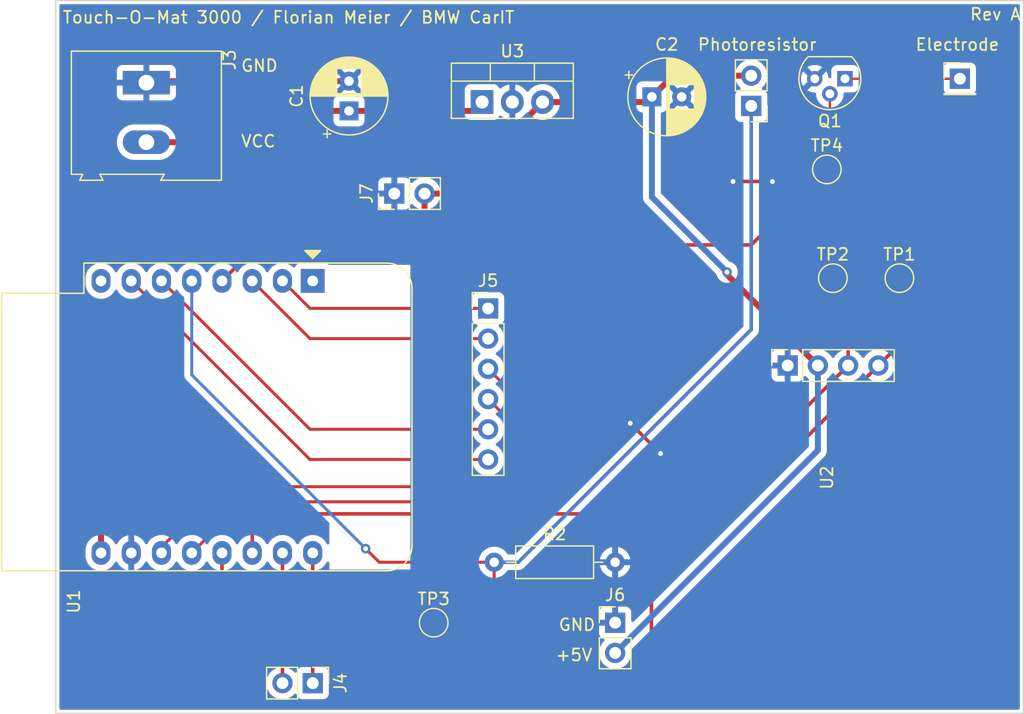
<source format=kicad_pcb>
(kicad_pcb (version 20240108) (generator "pcbnew") (generator_version "8.0")
  (title_block (comment 4 "AISLER Project ID: SLHESLCK"))
  (layers (0 "F.Cu" signal) (31 "B.Cu" signal) (34 "B.Paste" user) (35 "F.Paste" user) (36 "B.SilkS" user "B.Silkscreen") (37 "F.SilkS" user "F.Silkscreen") (38 "B.Mask" user) (39 "F.Mask" user) (44 "Edge.Cuts" user))
  (net 0 "")
  (net 1 "Net-(J1-Pin_1)")
  (net 2 "+5V")
  (net 3 "Net-(J2-Pin_1)")
  (net 4 "GND")
  (net 5 "Net-(J3-Pin_2)")
  (net 6 "Net-(J4-Pin_1)")
  (net 7 "Net-(J4-Pin_2)")
  (net 8 "/Spare1")
  (net 9 "/Spare2")
  (net 10 "/Spare3")
  (net 11 "/Spare4")
  (net 12 "/Spare5")
  (net 13 "/Spare6")
  (net 14 "Net-(Q1-B)")
  (net 15 "Net-(U1-SDA{slash}D2)")
  (net 16 "Net-(U1-SCL{slash}D1)")
  (footprint "TestPoint:TestPoint_Pad_D2.0mm" (layer "F.Cu") (at 136.525 121.285)
    (property "Reference" "TP3" (at 0 -1.998 0) (layer "F.SilkS"))
    (property "Value" "TestPoint")
    (fp_circle (center 0 0) (end 0 1.2) (stroke (width 0.12)) (fill none) (layer "F.SilkS"))
    (pad "1" smd circle (at 0 0) (size 2 2) (layers "F.Cu" "F.Mask") (net 1 "Net-(J1-Pin_1)"))
  )
  (footprint "Capacitor_THT:CP_Radial_D6.3mm_P2.50mm" (layer "F.Cu") (at 154.853 77.089)
    (property "Reference" "C2" (at 1.25 -4.4 0) (layer "F.SilkS"))
    (property "Value" "C_Polarized")
    (fp_line (start -2.250241 -1.839) (end -1.620241 -1.839) (stroke (width 0.12)) (layer "F.SilkS"))
    (fp_line (start -1.935241 -2.154) (end -1.935241 -1.524) (stroke (width 0.12)) (layer "F.SilkS"))
    (fp_line (start 1.25 -3.23) (end 1.25 3.23) (stroke (width 0.12)) (layer "F.SilkS"))
    (fp_line (start 1.29 -3.23) (end 1.29 3.23) (stroke (width 0.12)) (layer "F.SilkS"))
    (fp_line (start 1.33 -3.23) (end 1.33 3.23) (stroke (width 0.12)) (layer "F.SilkS"))
    (fp_line (start 1.37 -3.228) (end 1.37 3.228) (stroke (width 0.12)) (layer "F.SilkS"))
    (fp_line (start 1.41 -3.227) (end 1.41 3.227) (stroke (width 0.12)) (layer "F.SilkS"))
    (fp_line (start 1.45 -3.224) (end 1.45 3.224) (stroke (width 0.12)) (layer "F.SilkS"))
    (fp_line (start 1.49 -3.222) (end 1.49 -1.04) (stroke (width 0.12)) (layer "F.SilkS"))
    (fp_line (start 1.49 1.04) (end 1.49 3.222) (stroke (width 0.12)) (layer "F.SilkS"))
    (fp_line (start 1.53 -3.218) (end 1.53 -1.04) (stroke (width 0.12)) (layer "F.SilkS"))
    (fp_line (start 1.53 1.04) (end 1.53 3.218) (stroke (width 0.12)) (layer "F.SilkS"))
    (fp_line (start 1.57 -3.215) (end 1.57 -1.04) (stroke (width 0.12)) (layer "F.SilkS"))
    (fp_line (start 1.57 1.04) (end 1.57 3.215) (stroke (width 0.12)) (layer "F.SilkS"))
    (fp_line (start 1.61 -3.211) (end 1.61 -1.04) (stroke (width 0.12)) (layer "F.SilkS"))
    (fp_line (start 1.61 1.04) (end 1.61 3.211) (stroke (width 0.12)) (layer "F.SilkS"))
    (fp_line (start 1.65 -3.206) (end 1.65 -1.04) (stroke (width 0.12)) (layer "F.SilkS"))
    (fp_line (start 1.65 1.04) (end 1.65 3.206) (stroke (width 0.12)) (layer "F.SilkS"))
    (fp_line (start 1.69 -3.201) (end 1.69 -1.04) (stroke (width 0.12)) (layer "F.SilkS"))
    (fp_line (start 1.69 1.04) (end 1.69 3.201) (stroke (width 0.12)) (layer "F.SilkS"))
    (fp_line (start 1.73 -3.195) (end 1.73 -1.04) (stroke (width 0.12)) (layer "F.SilkS"))
    (fp_line (start 1.73 1.04) (end 1.73 3.195) (stroke (width 0.12)) (layer "F.SilkS"))
    (fp_line (start 1.77 -3.189) (end 1.77 -1.04) (stroke (width 0.12)) (layer "F.SilkS"))
    (fp_line (start 1.77 1.04) (end 1.77 3.189) (stroke (width 0.12)) (layer "F.SilkS"))
    (fp_line (start 1.81 -3.182) (end 1.81 -1.04) (stroke (width 0.12)) (layer "F.SilkS"))
    (fp_line (start 1.81 1.04) (end 1.81 3.182) (stroke (width 0.12)) (layer "F.SilkS"))
    (fp_line (start 1.85 -3.175) (end 1.85 -1.04) (stroke (width 0.12)) (layer "F.SilkS"))
    (fp_line (start 1.85 1.04) (end 1.85 3.175) (stroke (width 0.12)) (layer "F.SilkS"))
    (fp_line (start 1.89 -3.167) (end 1.89 -1.04) (stroke (width 0.12)) (layer "F.SilkS"))
    (fp_line (start 1.89 1.04) (end 1.89 3.167) (stroke (width 0.12)) (layer "F.SilkS"))
    (fp_line (start 1.93 -3.159) (end 1.93 -1.04) (stroke (width 0.12)) (layer "F.SilkS"))
    (fp_line (start 1.93 1.04) (end 1.93 3.159) (stroke (width 0.12)) (layer "F.SilkS"))
    (fp_line (start 1.971 -3.15) (end 1.971 -1.04) (stroke (width 0.12)) (layer "F.SilkS"))
    (fp_line (start 1.971 1.04) (end 1.971 3.15) (stroke (width 0.12)) (layer "F.SilkS"))
    (fp_line (start 2.011 -3.141) (end 2.011 -1.04) (stroke (width 0.12)) (layer "F.SilkS"))
    (fp_line (start 2.011 1.04) (end 2.011 3.141) (stroke (width 0.12)) (layer "F.SilkS"))
    (fp_line (start 2.051 -3.131) (end 2.051 -1.04) (stroke (width 0.12)) (layer "F.SilkS"))
    (fp_line (start 2.051 1.04) (end 2.051 3.131) (stroke (width 0.12)) (layer "F.SilkS"))
    (fp_line (start 2.091 -3.121) (end 2.091 -1.04) (stroke (width 0.12)) (layer "F.SilkS"))
    (fp_line (start 2.091 1.04) (end 2.091 3.121) (stroke (width 0.12)) (layer "F.SilkS"))
    (fp_line (start 2.131 -3.11) (end 2.131 -1.04) (stroke (width 0.12)) (layer "F.SilkS"))
    (fp_line (start 2.131 1.04) (end 2.131 3.11) (stroke (width 0.12)) (layer "F.SilkS"))
    (fp_line (start 2.171 -3.098) (end 2.171 -1.04) (stroke (width 0.12)) (layer "F.SilkS"))
    (fp_line (start 2.171 1.04) (end 2.171 3.098) (stroke (width 0.12)) (layer "F.SilkS"))
    (fp_line (start 2.211 -3.086) (end 2.211 -1.04) (stroke (width 0.12)) (layer "F.SilkS"))
    (fp_line (start 2.211 1.04) (end 2.211 3.086) (stroke (width 0.12)) (layer "F.SilkS"))
    (fp_line (start 2.251 -3.074) (end 2.251 -1.04) (stroke (width 0.12)) (layer "F.SilkS"))
    (fp_line (start 2.251 1.04) (end 2.251 3.074) (stroke (width 0.12)) (layer "F.SilkS"))
    (fp_line (start 2.291 -3.061) (end 2.291 -1.04) (stroke (width 0.12)) (layer "F.SilkS"))
    (fp_line (start 2.291 1.04) (end 2.291 3.061) (stroke (width 0.12)) (layer "F.SilkS"))
    (fp_line (start 2.331 -3.047) (end 2.331 -1.04) (stroke (width 0.12)) (layer "F.SilkS"))
    (fp_line (start 2.331 1.04) (end 2.331 3.047) (stroke (width 0.12)) (layer "F.SilkS"))
    (fp_line (start 2.371 -3.033) (end 2.371 -1.04) (stroke (width 0.12)) (layer "F.SilkS"))
    (fp_line (start 2.371 1.04) (end 2.371 3.033) (stroke (width 0.12)) (layer "F.SilkS"))
    (fp_line (start 2.411 -3.018) (end 2.411 -1.04) (stroke (width 0.12)) (layer "F.SilkS"))
    (fp_line (start 2.411 1.04) (end 2.411 3.018) (stroke (width 0.12)) (layer "F.SilkS"))
    (fp_line (start 2.451 -3.002) (end 2.451 -1.04) (stroke (width 0.12)) (layer "F.SilkS"))
    (fp_line (start 2.451 1.04) (end 2.451 3.002) (stroke (width 0.12)) (layer "F.SilkS"))
    (fp_line (start 2.491 -2.986) (end 2.491 -1.04) (stroke (width 0.12)) (layer "F.SilkS"))
    (fp_line (start 2.491 1.04) (end 2.491 2.986) (stroke (width 0.12)) (layer "F.SilkS"))
    (fp_line (start 2.531 -2.97) (end 2.531 -1.04) (stroke (width 0.12)) (layer "F.SilkS"))
    (fp_line (start 2.531 1.04) (end 2.531 2.97) (stroke (width 0.12)) (layer "F.SilkS"))
    (fp_line (start 2.571 -2.952) (end 2.571 -1.04) (stroke (width 0.12)) (layer "F.SilkS"))
    (fp_line (start 2.571 1.04) (end 2.571 2.952) (stroke (width 0.12)) (layer "F.SilkS"))
    (fp_line (start 2.611 -2.934) (end 2.611 -1.04) (stroke (width 0.12)) (layer "F.SilkS"))
    (fp_line (start 2.611 1.04) (end 2.611 2.934) (stroke (width 0.12)) (layer "F.SilkS"))
    (fp_line (start 2.651 -2.916) (end 2.651 -1.04) (stroke (width 0.12)) (layer "F.SilkS"))
    (fp_line (start 2.651 1.04) (end 2.651 2.916) (stroke (width 0.12)) (layer "F.SilkS"))
    (fp_line (start 2.691 -2.896) (end 2.691 -1.04) (stroke (width 0.12)) (layer "F.SilkS"))
    (fp_line (start 2.691 1.04) (end 2.691 2.896) (stroke (width 0.12)) (layer "F.SilkS"))
    (fp_line (start 2.731 -2.876) (end 2.731 -1.04) (stroke (width 0.12)) (layer "F.SilkS"))
    (fp_line (start 2.731 1.04) (end 2.731 2.876) (stroke (width 0.12)) (layer "F.SilkS"))
    (fp_line (start 2.771 -2.856) (end 2.771 -1.04) (stroke (width 0.12)) (layer "F.SilkS"))
    (fp_line (start 2.771 1.04) (end 2.771 2.856) (stroke (width 0.12)) (layer "F.SilkS"))
    (fp_line (start 2.811 -2.834) (end 2.811 -1.04) (stroke (width 0.12)) (layer "F.SilkS"))
    (fp_line (start 2.811 1.04) (end 2.811 2.834) (stroke (width 0.12)) (layer "F.SilkS"))
    (fp_line (start 2.851 -2.812) (end 2.851 -1.04) (stroke (width 0.12)) (layer "F.SilkS"))
    (fp_line (start 2.851 1.04) (end 2.851 2.812) (stroke (width 0.12)) (layer "F.SilkS"))
    (fp_line (start 2.891 -2.79) (end 2.891 -1.04) (stroke (width 0.12)) (layer "F.SilkS"))
    (fp_line (start 2.891 1.04) (end 2.891 2.79) (stroke (width 0.12)) (layer "F.SilkS"))
    (fp_line (start 2.931 -2.766) (end 2.931 -1.04) (stroke (width 0.12)) (layer "F.SilkS"))
    (fp_line (start 2.931 1.04) (end 2.931 2.766) (stroke (width 0.12)) (layer "F.SilkS"))
    (fp_line (start 2.971 -2.742) (end 2.971 -1.04) (stroke (width 0.12)) (layer "F.SilkS"))
    (fp_line (start 2.971 1.04) (end 2.971 2.742) (stroke (width 0.12)) (layer "F.SilkS"))
    (fp_line (start 3.011 -2.716) (end 3.011 -1.04) (stroke (width 0.12)) (layer "F.SilkS"))
    (fp_line (start 3.011 1.04) (end 3.011 2.716) (stroke (width 0.12)) (layer "F.SilkS"))
    (fp_line (start 3.051 -2.69) (end 3.051 -1.04) (stroke (width 0.12)) (layer "F.SilkS"))
    (fp_line (start 3.051 1.04) (end 3.051 2.69) (stroke (width 0.12)) (layer "F.SilkS"))
    (fp_line (start 3.091 -2.664) (end 3.091 -1.04) (stroke (width 0.12)) (layer "F.SilkS"))
    (fp_line (start 3.091 1.04) (end 3.091 2.664) (stroke (width 0.12)) (layer "F.SilkS"))
    (fp_line (start 3.131 -2.636) (end 3.131 -1.04) (stroke (width 0.12)) (layer "F.SilkS"))
    (fp_line (start 3.131 1.04) (end 3.131 2.636) (stroke (width 0.12)) (layer "F.SilkS"))
    (fp_line (start 3.171 -2.607) (end 3.171 -1.04) (stroke (width 0.12)) (layer "F.SilkS"))
    (fp_line (start 3.171 1.04) (end 3.171 2.607) (stroke (width 0.12)) (layer "F.SilkS"))
    (fp_line (start 3.211 -2.578) (end 3.211 -1.04) (stroke (width 0.12)) (layer "F.SilkS"))
    (fp_line (start 3.211 1.04) (end 3.211 2.578) (stroke (width 0.12)) (layer "F.SilkS"))
    (fp_line (start 3.251 -2.548) (end 3.251 -1.04) (stroke (width 0.12)) (layer "F.SilkS"))
    (fp_line (start 3.251 1.04) (end 3.251 2.548) (stroke (width 0.12)) (layer "F.SilkS"))
    (fp_line (start 3.291 -2.516) (end 3.291 -1.04) (stroke (width 0.12)) (layer "F.SilkS"))
    (fp_line (start 3.291 1.04) (end 3.291 2.516) (stroke (width 0.12)) (layer "F.SilkS"))
    (fp_line (start 3.331 -2.484) (end 3.331 -1.04) (stroke (width 0.12)) (layer "F.SilkS"))
    (fp_line (start 3.331 1.04) (end 3.331 2.484) (stroke (width 0.12)) (layer "F.SilkS"))
    (fp_line (start 3.371 -2.45) (end 3.371 -1.04) (stroke (width 0.12)) (layer "F.SilkS"))
    (fp_line (start 3.371 1.04) (end 3.371 2.45) (stroke (width 0.12)) (layer "F.SilkS"))
    (fp_line (start 3.411 -2.416) (end 3.411 -1.04) (stroke (width 0.12)) (layer "F.SilkS"))
    (fp_line (start 3.411 1.04) (end 3.411 2.416) (stroke (width 0.12)) (layer "F.SilkS"))
    (fp_line (start 3.451 -2.38) (end 3.451 -1.04) (stroke (width 0.12)) (layer "F.SilkS"))
    (fp_line (start 3.451 1.04) (end 3.451 2.38) (stroke (width 0.12)) (layer "F.SilkS"))
    (fp_line (start 3.491 -2.343) (end 3.491 -1.04) (stroke (width 0.12)) (layer "F.SilkS"))
    (fp_line (start 3.491 1.04) (end 3.491 2.343) (stroke (width 0.12)) (layer "F.SilkS"))
    (fp_line (start 3.531 -2.305) (end 3.531 -1.04) (stroke (width 0.12)) (layer "F.SilkS"))
    (fp_line (start 3.531 1.04) (end 3.531 2.305) (stroke (width 0.12)) (layer "F.SilkS"))
    (fp_line (start 3.571 -2.265) (end 3.571 2.265) (stroke (width 0.12)) (layer "F.SilkS"))
    (fp_line (start 3.611 -2.224) (end 3.611 2.224) (stroke (width 0.12)) (layer "F.SilkS"))
    (fp_line (start 3.651 -2.182) (end 3.651 2.182) (stroke (width 0.12)) (layer "F.SilkS"))
    (fp_line (start 3.691 -2.137) (end 3.691 2.137) (stroke (width 0.12)) (layer "F.SilkS"))
    (fp_line (start 3.731 -2.092) (end 3.731 2.092) (stroke (width 0.12)) (layer "F.SilkS"))
    (fp_line (start 3.771 -2.044) (end 3.771 2.044) (stroke (width 0.12)) (layer "F.SilkS"))
    (fp_line (start 3.811 -1.995) (end 3.811 1.995) (stroke (width 0.12)) (layer "F.SilkS"))
    (fp_line (start 3.851 -1.944) (end 3.851 1.944) (stroke (width 0.12)) (layer "F.SilkS"))
    (fp_line (start 3.891 -1.89) (end 3.891 1.89) (stroke (width 0.12)) (layer "F.SilkS"))
    (fp_line (start 3.931 -1.834) (end 3.931 1.834) (stroke (width 0.12)) (layer "F.SilkS"))
    (fp_line (start 3.971 -1.776) (end 3.971 1.776) (stroke (width 0.12)) (layer "F.SilkS"))
    (fp_line (start 4.011 -1.714) (end 4.011 1.714) (stroke (width 0.12)) (layer "F.SilkS"))
    (fp_line (start 4.051 -1.65) (end 4.051 1.65) (stroke (width 0.12)) (layer "F.SilkS"))
    (fp_line (start 4.091 -1.581) (end 4.091 1.581) (stroke (width 0.12)) (layer "F.SilkS"))
    (fp_line (start 4.131 -1.509) (end 4.131 1.509) (stroke (width 0.12)) (layer "F.SilkS"))
    (fp_line (start 4.171 -1.432) (end 4.171 1.432) (stroke (width 0.12)) (layer "F.SilkS"))
    (fp_line (start 4.211 -1.35) (end 4.211 1.35) (stroke (width 0.12)) (layer "F.SilkS"))
    (fp_line (start 4.251 -1.262) (end 4.251 1.262) (stroke (width 0.12)) (layer "F.SilkS"))
    (fp_line (start 4.291 -1.165) (end 4.291 1.165) (stroke (width 0.12)) (layer "F.SilkS"))
    (fp_line (start 4.331 -1.059) (end 4.331 1.059) (stroke (width 0.12)) (layer "F.SilkS"))
    (fp_line (start 4.371 -0.94) (end 4.371 0.94) (stroke (width 0.12)) (layer "F.SilkS"))
    (fp_line (start 4.411 -0.802) (end 4.411 0.802) (stroke (width 0.12)) (layer "F.SilkS"))
    (fp_line (start 4.451 -0.633) (end 4.451 0.633) (stroke (width 0.12)) (layer "F.SilkS"))
    (fp_line (start 4.491 -0.402) (end 4.491 0.402) (stroke (width 0.12)) (layer "F.SilkS"))
    (fp_circle (center 1.25 0) (end 4.52 0) (stroke (width 0.12)) (fill none) (layer "F.SilkS"))
    (pad "1" thru_hole rect (at 0 0) (size 1.6 1.6) (drill 0.8) (layers "*.Cu" "*.Mask") (net 2 "+5V"))
    (pad "2" thru_hole circle (at 2.5 0) (size 1.6 1.6) (drill 0.8) (layers "*.Cu" "*.Mask") (net 4 "GND"))
  )
  (footprint "TerminalBlock:TerminalBlock_Altech_AK300-2_P5.00mm" (layer "F.Cu") (at 112.395 75.899 -90)
    (property "Reference" "J3" (at -1.92 -6.99 90) (layer "F.SilkS"))
    (property "Value" "Screw_Terminal_01x02")
    (fp_line (start -2.65 6.3) (end 7.7 6.3) (stroke (width 0.12)) (layer "F.SilkS"))
    (fp_line (start 7.7 6.3) (end 7.7 5.35) (stroke (width 0.12)) (layer "F.SilkS"))
    (fp_line (start 8.2 5.6) (end 8.2 3.7) (stroke (width 0.12)) (layer "F.SilkS"))
    (fp_line (start 7.7 5.35) (end 8.2 5.6) (stroke (width 0.12)) (layer "F.SilkS"))
    (fp_line (start 7.7 3.9) (end 7.7 -1.5) (stroke (width 0.12)) (layer "F.SilkS"))
    (fp_line (start 8.2 3.7) (end 8.2 3.65) (stroke (width 0.12)) (layer "F.SilkS"))
    (fp_line (start 8.2 3.65) (end 7.7 3.9) (stroke (width 0.12)) (layer "F.SilkS"))
    (fp_line (start 8.2 -1.2) (end 8.2 -6.3) (stroke (width 0.12)) (layer "F.SilkS"))
    (fp_line (start 7.7 -1.5) (end 8.2 -1.2) (stroke (width 0.12)) (layer "F.SilkS"))
    (fp_line (start -2.65 -6.3) (end -2.65 6.3) (stroke (width 0.12)) (layer "F.SilkS"))
    (fp_line (start 8.2 -6.3) (end -2.65 -6.3) (stroke (width 0.12)) (layer "F.SilkS"))
    (pad "1" thru_hole rect (at 0 0 270) (size 1.98 3.96) (drill 1.32) (layers "*.Cu" "*.Mask") (net 4 "GND"))
    (pad "2" thru_hole oval (at 5 0 270) (size 1.98 3.96) (drill 1.32) (layers "*.Cu" "*.Mask") (net 5 "Net-(J3-Pin_2)"))
  )
  (footprint "TestPoint:TestPoint_Pad_D2.0mm" (layer "F.Cu") (at 169.545 83.185)
    (property "Reference" "TP4" (at 0 -1.998 0) (layer "F.SilkS"))
    (property "Value" "TestPoint")
    (fp_circle (center 0 0) (end 0 1.2) (stroke (width 0.12)) (fill none) (layer "F.SilkS"))
    (pad "1" smd circle (at 0 0) (size 2 2) (layers "F.Cu" "F.Mask") (net 14 "Net-(Q1-B)"))
  )
  (footprint "TestPoint:TestPoint_Pad_D2.0mm" (layer "F.Cu") (at 170.053 92.329)
    (property "Reference" "TP2" (at 0 -1.998 0) (layer "F.SilkS"))
    (property "Value" "TestPoint")
    (fp_circle (center 0 0) (end 0 1.2) (stroke (width 0.12)) (fill none) (layer "F.SilkS"))
    (pad "1" smd circle (at 0 0) (size 2 2) (layers "F.Cu" "F.Mask") (net 16 "Net-(U1-SCL{slash}D1)"))
  )
  (footprint "Package_TO_SOT_THT:TO-220-3_Vertical" (layer "F.Cu") (at 140.589 77.526)
    (property "Reference" "U3" (at 2.54 -4.27 0) (layer "F.SilkS"))
    (property "Value" "LM78M05_TO220")
    (fp_line (start -2.58 -3.27) (end -2.58 1.371) (stroke (width 0.12)) (layer "F.SilkS"))
    (fp_line (start -2.58 -3.27) (end 7.66 -3.27) (stroke (width 0.12)) (layer "F.SilkS"))
    (fp_line (start -2.58 -1.76) (end 7.66 -1.76) (stroke (width 0.12)) (layer "F.SilkS"))
    (fp_line (start -2.58 1.371) (end 7.66 1.371) (stroke (width 0.12)) (layer "F.SilkS"))
    (fp_line (start 0.69 -3.27) (end 0.69 -1.76) (stroke (width 0.12)) (layer "F.SilkS"))
    (fp_line (start 4.391 -3.27) (end 4.391 -1.76) (stroke (width 0.12)) (layer "F.SilkS"))
    (fp_line (start 7.66 -3.27) (end 7.66 1.371) (stroke (width 0.12)) (layer "F.SilkS"))
    (pad "1" thru_hole rect (at 0 0) (size 1.905 2) (drill 1.1) (layers "*.Cu" "*.Mask") (net 5 "Net-(J3-Pin_2)"))
    (pad "2" thru_hole oval (at 2.54 0) (size 1.905 2) (drill 1.1) (layers "*.Cu" "*.Mask") (net 4 "GND"))
    (pad "3" thru_hole oval (at 5.08 0) (size 1.905 2) (drill 1.1) (layers "*.Cu" "*.Mask") (net 2 "+5V"))
  )
  (footprint "Capacitor_THT:CP_Radial_D6.3mm_P2.50mm" (layer "F.Cu") (at 129.413 78.27138 90)
    (property "Reference" "C1" (at 1.25 -4.4 90) (layer "F.SilkS"))
    (property "Value" "C_Polarized")
    (fp_line (start 1.33 -3.23) (end 1.33 3.23) (stroke (width 0.12)) (layer "F.SilkS"))
    (fp_line (start 1.29 -3.23) (end 1.29 3.23) (stroke (width 0.12)) (layer "F.SilkS"))
    (fp_line (start 1.25 -3.23) (end 1.25 3.23) (stroke (width 0.12)) (layer "F.SilkS"))
    (fp_line (start 1.37 -3.228) (end 1.37 3.228) (stroke (width 0.12)) (layer "F.SilkS"))
    (fp_line (start 1.41 -3.227) (end 1.41 3.227) (stroke (width 0.12)) (layer "F.SilkS"))
    (fp_line (start 1.45 -3.224) (end 1.45 3.224) (stroke (width 0.12)) (layer "F.SilkS"))
    (fp_line (start 1.49 -3.222) (end 1.49 -1.04) (stroke (width 0.12)) (layer "F.SilkS"))
    (fp_line (start 1.53 -3.218) (end 1.53 -1.04) (stroke (width 0.12)) (layer "F.SilkS"))
    (fp_line (start 1.57 -3.215) (end 1.57 -1.04) (stroke (width 0.12)) (layer "F.SilkS"))
    (fp_line (start 1.61 -3.211) (end 1.61 -1.04) (stroke (width 0.12)) (layer "F.SilkS"))
    (fp_line (start 1.65 -3.206) (end 1.65 -1.04) (stroke (width 0.12)) (layer "F.SilkS"))
    (fp_line (start 1.69 -3.201) (end 1.69 -1.04) (stroke (width 0.12)) (layer "F.SilkS"))
    (fp_line (start 1.73 -3.195) (end 1.73 -1.04) (stroke (width 0.12)) (layer "F.SilkS"))
    (fp_line (start 1.77 -3.189) (end 1.77 -1.04) (stroke (width 0.12)) (layer "F.SilkS"))
    (fp_line (start 1.81 -3.182) (end 1.81 -1.04) (stroke (width 0.12)) (layer "F.SilkS"))
    (fp_line (start 1.85 -3.175) (end 1.85 -1.04) (stroke (width 0.12)) (layer "F.SilkS"))
    (fp_line (start 1.89 -3.167) (end 1.89 -1.04) (stroke (width 0.12)) (layer "F.SilkS"))
    (fp_line (start 1.93 -3.159) (end 1.93 -1.04) (stroke (width 0.12)) (layer "F.SilkS"))
    (fp_line (start 1.971 -3.15) (end 1.971 -1.04) (stroke (width 0.12)) (layer "F.SilkS"))
    (fp_line (start 2.011 -3.141) (end 2.011 -1.04) (stroke (width 0.12)) (layer "F.SilkS"))
    (fp_line (start 2.051 -3.131) (end 2.051 -1.04) (stroke (width 0.12)) (layer "F.SilkS"))
    (fp_line (start 2.091 -3.121) (end 2.091 -1.04) (stroke (width 0.12)) (layer "F.SilkS"))
    (fp_line (start 2.131 -3.11) (end 2.131 -1.04) (stroke (width 0.12)) (layer "F.SilkS"))
    (fp_line (start 2.171 -3.098) (end 2.171 -1.04) (stroke (width 0.12)) (layer "F.SilkS"))
    (fp_line (start 2.211 -3.086) (end 2.211 -1.04) (stroke (width 0.12)) (layer "F.SilkS"))
    (fp_line (start 2.251 -3.074) (end 2.251 -1.04) (stroke (width 0.12)) (layer "F.SilkS"))
    (fp_line (start 2.291 -3.061) (end 2.291 -1.04) (stroke (width 0.12)) (layer "F.SilkS"))
    (fp_line (start 2.331 -3.047) (end 2.331 -1.04) (stroke (width 0.12)) (layer "F.SilkS"))
    (fp_line (start 2.371 -3.033) (end 2.371 -1.04) (stroke (width 0.12)) (layer "F.SilkS"))
    (fp_line (start 2.411 -3.018) (end 2.411 -1.04) (stroke (width 0.12)) (layer "F.SilkS"))
    (fp_line (start 2.451 -3.002) (end 2.451 -1.04) (stroke (width 0.12)) (layer "F.SilkS"))
    (fp_line (start 2.491 -2.986) (end 2.491 -1.04) (stroke (width 0.12)) (layer "F.SilkS"))
    (fp_line (start 2.531 -2.97) (end 2.531 -1.04) (stroke (width 0.12)) (layer "F.SilkS"))
    (fp_line (start 2.571 -2.952) (end 2.571 -1.04) (stroke (width 0.12)) (layer "F.SilkS"))
    (fp_line (start 2.611 -2.934) (end 2.611 -1.04) (stroke (width 0.12)) (layer "F.SilkS"))
    (fp_line (start 2.651 -2.916) (end 2.651 -1.04) (stroke (width 0.12)) (layer "F.SilkS"))
    (fp_line (start 2.691 -2.896) (end 2.691 -1.04) (stroke (width 0.12)) (layer "F.SilkS"))
    (fp_line (start 2.731 -2.876) (end 2.731 -1.04) (stroke (width 0.12)) (layer "F.SilkS"))
    (fp_line (start 2.771 -2.856) (end 2.771 -1.04) (stroke (width 0.12)) (layer "F.SilkS"))
    (fp_line (start 2.811 -2.834) (end 2.811 -1.04) (stroke (width 0.12)) (layer "F.SilkS"))
    (fp_line (start 2.851 -2.812) (end 2.851 -1.04) (stroke (width 0.12)) (layer "F.SilkS"))
    (fp_line (start 2.891 -2.79) (end 2.891 -1.04) (stroke (width 0.12)) (layer "F.SilkS"))
    (fp_line (start 2.931 -2.766) (end 2.931 -1.04) (stroke (width 0.12)) (layer "F.SilkS"))
    (fp_line (start 2.971 -2.742) (end 2.971 -1.04) (stroke (width 0.12)) (layer "F.SilkS"))
    (fp_line (start 3.011 -2.716) (end 3.011 -1.04) (stroke (width 0.12)) (layer "F.SilkS"))
    (fp_line (start 3.051 -2.69) (end 3.051 -1.04) (stroke (width 0.12)) (layer "F.SilkS"))
    (fp_line (start 3.091 -2.664) (end 3.091 -1.04) (stroke (width 0.12)) (layer "F.SilkS"))
    (fp_line (start 3.131 -2.636) (end 3.131 -1.04) (stroke (width 0.12)) (layer "F.SilkS"))
    (fp_line (start 3.171 -2.607) (end 3.171 -1.04) (stroke (width 0.12)) (layer "F.SilkS"))
    (fp_line (start 3.211 -2.578) (end 3.211 -1.04) (stroke (width 0.12)) (layer "F.SilkS"))
    (fp_line (start 3.251 -2.548) (end 3.251 -1.04) (stroke (width 0.12)) (layer "F.SilkS"))
    (fp_line (start 3.291 -2.516) (end 3.291 -1.04) (stroke (width 0.12)) (layer "F.SilkS"))
    (fp_line (start 3.331 -2.484) (end 3.331 -1.04) (stroke (width 0.12)) (layer "F.SilkS"))
    (fp_line (start 3.371 -2.45) (end 3.371 -1.04) (stroke (width 0.12)) (layer "F.SilkS"))
    (fp_line (start 3.411 -2.416) (end 3.411 -1.04) (stroke (width 0.12)) (layer "F.SilkS"))
    (fp_line (start 3.451 -2.38) (end 3.451 -1.04) (stroke (width 0.12)) (layer "F.SilkS"))
    (fp_line (start 3.491 -2.343) (end 3.491 -1.04) (stroke (width 0.12)) (layer "F.SilkS"))
    (fp_line (start 3.531 -2.305) (end 3.531 -1.04) (stroke (width 0.12)) (layer "F.SilkS"))
    (fp_line (start 3.571 -2.265) (end 3.571 2.265) (stroke (width 0.12)) (layer "F.SilkS"))
    (fp_line (start 3.611 -2.224) (end 3.611 2.224) (stroke (width 0.12)) (layer "F.SilkS"))
    (fp_line (start 3.651 -2.182) (end 3.651 2.182) (stroke (width 0.12)) (layer "F.SilkS"))
    (fp_line (start -1.935241 -2.154) (end -1.935241 -1.524) (stroke (width 0.12)) (layer "F.SilkS"))
    (fp_line (start 3.691 -2.137) (end 3.691 2.137) (stroke (width 0.12)) (layer "F.SilkS"))
    (fp_line (start 3.731 -2.092) (end 3.731 2.092) (stroke (width 0.12)) (layer "F.SilkS"))
    (fp_line (start 3.771 -2.044) (end 3.771 2.044) (stroke (width 0.12)) (layer "F.SilkS"))
    (fp_line (start 3.811 -1.995) (end 3.811 1.995) (stroke (width 0.12)) (layer "F.SilkS"))
    (fp_line (start 3.851 -1.944) (end 3.851 1.944) (stroke (width 0.12)) (layer "F.SilkS"))
    (fp_line (start 3.891 -1.89) (end 3.891 1.89) (stroke (width 0.12)) (layer "F.SilkS"))
    (fp_line (start -2.250241 -1.839) (end -1.620241 -1.839) (stroke (width 0.12)) (layer "F.SilkS"))
    (fp_line (start 3.931 -1.834) (end 3.931 1.834) (stroke (width 0.12)) (layer "F.SilkS"))
    (fp_line (start 3.971 -1.776) (end 3.971 1.776) (stroke (width 0.12)) (layer "F.SilkS"))
    (fp_line (start 4.011 -1.714) (end 4.011 1.714) (stroke (width 0.12)) (layer "F.SilkS"))
    (fp_line (start 4.051 -1.65) (end 4.051 1.65) (stroke (width 0.12)) (layer "F.SilkS"))
    (fp_line (start 4.091 -1.581) (end 4.091 1.581) (stroke (width 0.12)) (layer "F.SilkS"))
    (fp_line (start 4.131 -1.509) (end 4.131 1.509) (stroke (width 0.12)) (layer "F.SilkS"))
    (fp_line (start 4.171 -1.432) (end 4.171 1.432) (stroke (width 0.12)) (layer "F.SilkS"))
    (fp_line (start 4.211 -1.35) (end 4.211 1.35) (stroke (width 0.12)) (layer "F.SilkS"))
    (fp_line (start 4.251 -1.262) (end 4.251 1.262) (stroke (width 0.12)) (layer "F.SilkS"))
    (fp_line (start 4.291 -1.165) (end 4.291 1.165) (stroke (width 0.12)) (layer "F.SilkS"))
    (fp_line (start 4.331 -1.059) (end 4.331 1.059) (stroke (width 0.12)) (layer "F.SilkS"))
    (fp_line (start 4.371 -0.94) (end 4.371 0.94) (stroke (width 0.12)) (layer "F.SilkS"))
    (fp_line (start 4.411 -0.802) (end 4.411 0.802) (stroke (width 0.12)) (layer "F.SilkS"))
    (fp_line (start 4.451 -0.633) (end 4.451 0.633) (stroke (width 0.12)) (layer "F.SilkS"))
    (fp_line (start 4.491 -0.402) (end 4.491 0.402) (stroke (width 0.12)) (layer "F.SilkS"))
    (fp_line (start 3.531 1.04) (end 3.531 2.305) (stroke (width 0.12)) (layer "F.SilkS"))
    (fp_line (start 3.491 1.04) (end 3.491 2.343) (stroke (width 0.12)) (layer "F.SilkS"))
    (fp_line (start 3.451 1.04) (end 3.451 2.38) (stroke (width 0.12)) (layer "F.SilkS"))
    (fp_line (start 3.411 1.04) (end 3.411 2.416) (stroke (width 0.12)) (layer "F.SilkS"))
    (fp_line (start 3.371 1.04) (end 3.371 2.45) (stroke (width 0.12)) (layer "F.SilkS"))
    (fp_line (start 3.331 1.04) (end 3.331 2.484) (stroke (width 0.12)) (layer "F.SilkS"))
    (fp_line (start 3.291 1.04) (end 3.291 2.516) (stroke (width 0.12)) (layer "F.SilkS"))
    (fp_line (start 3.251 1.04) (end 3.251 2.548) (stroke (width 0.12)) (layer "F.SilkS"))
    (fp_line (start 3.211 1.04) (end 3.211 2.578) (stroke (width 0.12)) (layer "F.SilkS"))
    (fp_line (start 3.171 1.04) (end 3.171 2.607) (stroke (width 0.12)) (layer "F.SilkS"))
    (fp_line (start 3.131 1.04) (end 3.131 2.636) (stroke (width 0.12)) (layer "F.SilkS"))
    (fp_line (start 3.091 1.04) (end 3.091 2.664) (stroke (width 0.12)) (layer "F.SilkS"))
    (fp_line (start 3.051 1.04) (end 3.051 2.69) (stroke (width 0.12)) (layer "F.SilkS"))
    (fp_line (start 3.011 1.04) (end 3.011 2.716) (stroke (width 0.12)) (layer "F.SilkS"))
    (fp_line (start 2.971 1.04) (end 2.971 2.742) (stroke (width 0.12)) (layer "F.SilkS"))
    (fp_line (start 2.931 1.04) (end 2.931 2.766) (stroke (width 0.12)) (layer "F.SilkS"))
    (fp_line (start 2.891 1.04) (end 2.891 2.79) (stroke (width 0.12)) (layer "F.SilkS"))
    (fp_line (start 2.851 1.04) (end 2.851 2.812) (stroke (width 0.12)) (layer "F.SilkS"))
    (fp_line (start 2.811 1.04) (end 2.811 2.834) (stroke (width 0.12)) (layer "F.SilkS"))
    (fp_line (start 2.771 1.04) (end 2.771 2.856) (stroke (width 0.12)) (layer "F.SilkS"))
    (fp_line (start 2.731 1.04) (end 2.731 2.876) (stroke (width 0.12)) (layer "F.SilkS"))
    (fp_line (start 2.691 1.04) (end 2.691 2.896) (stroke (width 0.12)) (layer "F.SilkS"))
    (fp_line (start 2.651 1.04) (end 2.651 2.916) (stroke (width 0.12)) (layer "F.SilkS"))
    (fp_line (start 2.611 1.04) (end 2.611 2.934) (stroke (width 0.12)) (layer "F.SilkS"))
    (fp_line (start 2.571 1.04) (end 2.571 2.952) (stroke (width 0.12)) (layer "F.SilkS"))
    (fp_line (start 2.531 1.04) (end 2.531 2.97) (stroke (width 0.12)) (layer "F.SilkS"))
    (fp_line (start 2.491 1.04) (end 2.491 2.986) (stroke (width 0.12)) (layer "F.SilkS"))
    (fp_line (start 2.451 1.04) (end 2.451 3.002) (stroke (width 0.12)) (layer "F.SilkS"))
    (fp_line (start 2.411 1.04) (end 2.411 3.018) (stroke (width 0.12)) (layer "F.SilkS"))
    (fp_line (start 2.371 1.04) (end 2.371 3.033) (stroke (width 0.12)) (layer "F.SilkS"))
    (fp_line (start 2.331 1.04) (end 2.331 3.047) (stroke (width 0.12)) (layer "F.SilkS"))
    (fp_line (start 2.291 1.04) (end 2.291 3.061) (stroke (width 0.12)) (layer "F.SilkS"))
    (fp_line (start 2.251 1.04) (end 2.251 3.074) (stroke (width 0.12)) (layer "F.SilkS"))
    (fp_line (start 2.211 1.04) (end 2.211 3.086) (stroke (width 0.12)) (layer "F.SilkS"))
    (fp_line (start 2.171 1.04) (end 2.171 3.098) (stroke (width 0.12)) (layer "F.SilkS"))
    (fp_line (start 2.131 1.04) (end 2.131 3.11) (stroke (width 0.12)) (layer "F.SilkS"))
    (fp_line (start 2.091 1.04) (end 2.091 3.121) (stroke (width 0.12)) (layer "F.SilkS"))
    (fp_line (start 2.051 1.04) (end 2.051 3.131) (stroke (width 0.12)) (layer "F.SilkS"))
    (fp_line (start 2.011 1.04) (end 2.011 3.141) (stroke (width 0.12)) (layer "F.SilkS"))
    (fp_line (start 1.971 1.04) (end 1.971 3.15) (stroke (width 0.12)) (layer "F.SilkS"))
    (fp_line (start 1.93 1.04) (end 1.93 3.159) (stroke (width 0.12)) (layer "F.SilkS"))
    (fp_line (start 1.89 1.04) (end 1.89 3.167) (stroke (width 0.12)) (layer "F.SilkS"))
    (fp_line (start 1.85 1.04) (end 1.85 3.175) (stroke (width 0.12)) (layer "F.SilkS"))
    (fp_line (start 1.81 1.04) (end 1.81 3.182) (stroke (width 0.12)) (layer "F.SilkS"))
    (fp_line (start 1.77 1.04) (end 1.77 3.189) (stroke (width 0.12)) (layer "F.SilkS"))
    (fp_line (start 1.73 1.04) (end 1.73 3.195) (stroke (width 0.12)) (layer "F.SilkS"))
    (fp_line (start 1.69 1.04) (end 1.69 3.201) (stroke (width 0.12)) (layer "F.SilkS"))
    (fp_line (start 1.65 1.04) (end 1.65 3.206) (stroke (width 0.12)) (layer "F.SilkS"))
    (fp_line (start 1.61 1.04) (end 1.61 3.211) (stroke (width 0.12)) (layer "F.SilkS"))
    (fp_line (start 1.57 1.04) (end 1.57 3.215) (stroke (width 0.12)) (layer "F.SilkS"))
    (fp_line (start 1.53 1.04) (end 1.53 3.218) (stroke (width 0.12)) (layer "F.SilkS"))
    (fp_line (start 1.49 1.04) (end 1.49 3.222) (stroke (width 0.12)) (layer "F.SilkS"))
    (fp_circle (center 1.25 0) (end 4.52 0) (stroke (width 0.12)) (fill none) (layer "F.SilkS"))
    (pad "1" thru_hole rect (at 0 0 90) (size 1.6 1.6) (drill 0.8) (layers "*.Cu" "*.Mask") (net 5 "Net-(J3-Pin_2)"))
    (pad "2" thru_hole circle (at 2.5 0 90) (size 1.6 1.6) (drill 0.8) (layers "*.Cu" "*.Mask") (net 4 "GND"))
  )
  (footprint "RF_Module:WEMOS_D1_mini_light" (layer "F.Cu") (at 126.365 92.56 -90)
    (property "Reference" "U1" (at 26.947 20.066 -90) (layer "F.SilkS"))
    (property "Value" "WeMos_D1_mini")
    (fp_line (start 1.04 26.12) (end 24.36 26.12) (stroke (width 0.12)) (layer "F.SilkS"))
    (fp_line (start 24.36 26.12) (end 24.36 -6.21) (stroke (width 0.12)) (layer "F.SilkS"))
    (fp_line (start -1.5 19.22) (end 1.04 19.22) (stroke (width 0.12)) (layer "F.SilkS"))
    (fp_line (start -1.5 19.22) (end -1.5 -6.21) (stroke (width 0.12)) (layer "F.SilkS"))
    (fp_line (start 1.04 19.22) (end 1.04 26.12) (stroke (width 0.12)) (layer "F.SilkS"))
    (fp_line (start 22.24 -8.34) (end 0.63 -8.34) (stroke (width 0.12)) (layer "F.SilkS"))
    (fp_arc (start -1.5 -6.21) (mid -0.876137 -7.716137) (end 0.63 -8.34) (stroke (width 0.12)) (layer "F.SilkS"))
    (fp_arc (start 22.23 -8.34) (mid 23.736137 -7.716137) (end 24.36 -6.21) (stroke (width 0.12)) (layer "F.SilkS"))
    (fp_poly (pts (xy -2.54 -0.635) (xy -2.54 0.635) (xy -1.905 0)) (stroke (width 0.15)) (fill solid) (layer "F.SilkS"))
    (pad "1" thru_hole rect (at 0 0 270) (size 2 2) (drill 0.9) (layers "*.Cu" "*.Mask"))
    (pad "2" thru_hole oval (at 0 2.54 270) (size 2 1.6) (drill 0.9) (layers "*.Cu" "*.Mask") (net 8 "/Spare1"))
    (pad "3" thru_hole oval (at 0 5.08 270) (size 2 1.6) (drill 0.9) (layers "*.Cu" "*.Mask") (net 9 "/Spare2"))
    (pad "4" thru_hole oval (at 0 7.62 270) (size 2 1.6) (drill 0.9) (layers "*.Cu" "*.Mask") (net 14 "Net-(Q1-B)"))
    (pad "5" thru_hole oval (at 0 10.16 270) (size 2 1.6) (drill 0.9) (layers "*.Cu" "*.Mask") (net 1 "Net-(J1-Pin_1)"))
    (pad "6" thru_hole oval (at 0 12.7 270) (size 2 1.6) (drill 0.9) (layers "*.Cu" "*.Mask") (net 12 "/Spare5"))
    (pad "7" thru_hole oval (at 0 15.24 270) (size 2 1.6) (drill 0.9) (layers "*.Cu" "*.Mask") (net 13 "/Spare6"))
    (pad "8" thru_hole oval (at 0 17.78 270) (size 2 1.6) (drill 0.9) (layers "*.Cu" "*.Mask"))
    (pad "9" thru_hole oval (at 22.86 17.78 270) (size 2 1.6) (drill 0.9) (layers "*.Cu" "*.Mask") (net 2 "+5V"))
    (pad "10" thru_hole oval (at 22.86 15.24 270) (size 2 1.6) (drill 0.9) (layers "*.Cu" "*.Mask") (net 4 "GND"))
    (pad "11" thru_hole oval (at 22.86 12.7 270) (size 2 1.6) (drill 0.9) (layers "*.Cu" "*.Mask") (net 11 "/Spare4"))
    (pad "12" thru_hole oval (at 22.86 10.16 270) (size 2 1.6) (drill 0.9) (layers "*.Cu" "*.Mask") (net 10 "/Spare3"))
    (pad "13" thru_hole oval (at 22.86 7.62 270) (size 2 1.6) (drill 0.9) (layers "*.Cu" "*.Mask") (net 15 "Net-(U1-SDA{slash}D2)"))
    (pad "14" thru_hole oval (at 22.86 5.08 270) (size 2 1.6) (drill 0.9) (layers "*.Cu" "*.Mask") (net 16 "Net-(U1-SCL{slash}D1)"))
    (pad "15" thru_hole oval (at 22.86 2.54 270) (size 2 1.6) (drill 0.9) (layers "*.Cu" "*.Mask") (net 7 "Net-(J4-Pin_2)"))
    (pad "16" thru_hole oval (at 22.86 0 270) (size 2 1.6) (drill 0.9) (layers "*.Cu" "*.Mask") (net 6 "Net-(J4-Pin_1)"))
    (zone (net 0) (net_name "") (layers "F&B.Cu" "Dwgs.User") (name "No Copper") (connect_pads (clearance 0)) (min_thickness 0.25)
      (keepout (tracks not_allowed) (vias not_allowed) (pads not_allowed) (copperpour not_allowed) (footprints not_allowed))
      (fill (thermal_gap 0.5) (thermal_bridge_width 0.5))
      (polygon (pts (xy 134.565 91.21) (xy 134.565 116.81) (xy 127.765 116.81) (xy 127.765 91.21)))
    )
  )
  (footprint "Connector_PinHeader_2.54mm:PinHeader_1x02_P2.54mm_Vertical" (layer "F.Cu") (at 163.195 77.851 180)
    (property "Reference" "J1" (hide yes))
    (property "Value" "Photodiode")
    (fp_line (start 1.33 1.27) (end 1.33 3.87) (stroke (width 0.12)) (layer "F.SilkS"))
    (fp_line (start -1.33 3.87) (end 1.33 3.87) (stroke (width 0.12)) (layer "F.SilkS"))
    (fp_line (start -1.33 1.27) (end 1.33 1.27) (stroke (width 0.12)) (layer "F.SilkS"))
    (fp_line (start -1.33 1.27) (end -1.33 3.87) (stroke (width 0.12)) (layer "F.SilkS"))
    (fp_line (start -1.33 0) (end -1.33 -1.33) (stroke (width 0.12)) (layer "F.SilkS"))
    (fp_line (start -1.33 -1.33) (end 0 -1.33) (stroke (width 0.12)) (layer "F.SilkS"))
    (pad "1" thru_hole rect (at 0 0 180) (size 1.7 1.7) (drill 1) (layers "*.Cu" "*.Mask") (net 1 "Net-(J1-Pin_1)"))
    (pad "2" thru_hole oval (at 0 2.54 180) (size 1.7 1.7) (drill 1) (layers "*.Cu" "*.Mask") (net 2 "+5V"))
  )
  (footprint "TestPoint:TestPoint_Pad_D2.0mm" (layer "F.Cu") (at 175.641 92.329)
    (property "Reference" "TP1" (at 0 -1.998 0) (layer "F.SilkS"))
    (property "Value" "TestPoint")
    (fp_circle (center 0 0) (end 0 1.2) (stroke (width 0.12)) (fill none) (layer "F.SilkS"))
    (pad "1" smd circle (at 0 0) (size 2 2) (layers "F.Cu" "F.Mask") (net 15 "Net-(U1-SDA{slash}D2)"))
  )
  (footprint "Connector_PinHeader_2.54mm:PinHeader_1x06_P2.54mm_Vertical" (layer "F.Cu") (at 141.097 94.869)
    (property "Reference" "J5" (at 0 -2.33 0) (layer "F.SilkS"))
    (property "Value" "Conn_01x06_Socket")
    (fp_line (start -1.33 -1.33) (end 0 -1.33) (stroke (width 0.12)) (layer "F.SilkS"))
    (fp_line (start -1.33 0) (end -1.33 -1.33) (stroke (width 0.12)) (layer "F.SilkS"))
    (fp_line (start -1.33 1.27) (end -1.33 14.03) (stroke (width 0.12)) (layer "F.SilkS"))
    (fp_line (start -1.33 1.27) (end 1.33 1.27) (stroke (width 0.12)) (layer "F.SilkS"))
    (fp_line (start -1.33 14.03) (end 1.33 14.03) (stroke (width 0.12)) (layer "F.SilkS"))
    (fp_line (start 1.33 1.27) (end 1.33 14.03) (stroke (width 0.12)) (layer "F.SilkS"))
    (pad "1" thru_hole rect (at 0 0) (size 1.7 1.7) (drill 1) (layers "*.Cu" "*.Mask") (net 8 "/Spare1"))
    (pad "2" thru_hole oval (at 0 2.54) (size 1.7 1.7) (drill 1) (layers "*.Cu" "*.Mask") (net 9 "/Spare2"))
    (pad "3" thru_hole oval (at 0 5.08) (size 1.7 1.7) (drill 1) (layers "*.Cu" "*.Mask") (net 10 "/Spare3"))
    (pad "4" thru_hole oval (at 0 7.62) (size 1.7 1.7) (drill 1) (layers "*.Cu" "*.Mask") (net 11 "/Spare4"))
    (pad "5" thru_hole oval (at 0 10.16) (size 1.7 1.7) (drill 1) (layers "*.Cu" "*.Mask") (net 12 "/Spare5"))
    (pad "6" thru_hole oval (at 0 12.7) (size 1.7 1.7) (drill 1) (layers "*.Cu" "*.Mask") (net 13 "/Spare6"))
  )
  (footprint "Resistor_THT:R_Axial_DIN0207_L6.3mm_D2.5mm_P10.16mm_Horizontal" (layer "F.Cu") (at 141.605 116.205)
    (property "Reference" "R2" (at 5.08 -2.37 0) (layer "F.SilkS"))
    (property "Value" "5k")
    (fp_line (start 1.04 0) (end 1.81 0) (stroke (width 0.12)) (layer "F.SilkS"))
    (fp_line (start 1.81 -1.37) (end 1.81 1.37) (stroke (width 0.12)) (layer "F.SilkS"))
    (fp_line (start 1.81 1.37) (end 8.35 1.37) (stroke (width 0.12)) (layer "F.SilkS"))
    (fp_line (start 8.35 -1.37) (end 1.81 -1.37) (stroke (width 0.12)) (layer "F.SilkS"))
    (fp_line (start 8.35 1.37) (end 8.35 -1.37) (stroke (width 0.12)) (layer "F.SilkS"))
    (fp_line (start 9.12 0) (end 8.35 0) (stroke (width 0.12)) (layer "F.SilkS"))
    (pad "1" thru_hole circle (at 0 0) (size 1.6 1.6) (drill 0.8) (layers "*.Cu" "*.Mask") (net 1 "Net-(J1-Pin_1)"))
    (pad "2" thru_hole oval (at 10.16 0) (size 1.6 1.6) (drill 0.8) (layers "*.Cu" "*.Mask") (net 4 "GND"))
  )
  (footprint "touch_custom_footprints:display" (layer "F.Cu") (at 170.053 109.09 90)
    (property "Reference" "U2" (at 0 -0.5 90) (layer "F.SilkS"))
    (property "Value" "~")
    (fp_line (start 10.75 -5.13) (end 10.75 -3.8) (stroke (width 0.12)) (layer "F.SilkS"))
    (fp_line (start 9.42 -5.13) (end 10.75 -5.13) (stroke (width 0.12)) (layer "F.SilkS"))
    (fp_line (start 10.75 -2.53) (end 10.75 5.15) (stroke (width 0.12)) (layer "F.SilkS"))
    (fp_line (start 8.09 -2.53) (end 10.75 -2.53) (stroke (width 0.12)) (layer "F.SilkS"))
    (fp_line (start 8.09 -2.53) (end 8.09 5.15) (stroke (width 0.12)) (layer "F.SilkS"))
    (fp_line (start 8.09 5.15) (end 10.75 5.15) (stroke (width 0.12)) (layer "F.SilkS"))
    (pad "1" thru_hole rect (at 9.42 -3.8 90) (size 1.7 1.7) (drill 1) (layers "*.Cu" "*.Mask") (net 4 "GND"))
    (pad "2" thru_hole oval (at 9.42 -1.26 90) (size 1.7 1.7) (drill 1) (layers "*.Cu" "*.Mask") (net 2 "+5V"))
    (pad "3" thru_hole oval (at 9.42 1.28 90) (size 1.7 1.7) (drill 1) (layers "*.Cu" "*.Mask") (net 16 "Net-(U1-SCL{slash}D1)"))
    (pad "4" thru_hole oval (at 9.42 3.82 90) (size 1.7 1.7) (drill 1) (layers "*.Cu" "*.Mask") (net 15 "Net-(U1-SDA{slash}D2)"))
  )
  (footprint "Connector_PinHeader_2.54mm:PinHeader_1x02_P2.54mm_Vertical" (layer "F.Cu") (at 126.365 126.365 -90)
    (property "Reference" "J4" (at 0 -2.33 90) (layer "F.SilkS"))
    (property "Value" "Seriel")
    (fp_line (start -1.33 3.87) (end 1.33 3.87) (stroke (width 0.12)) (layer "F.SilkS"))
    (fp_line (start -1.33 1.27) (end -1.33 3.87) (stroke (width 0.12)) (layer "F.SilkS"))
    (fp_line (start -1.33 1.27) (end 1.33 1.27) (stroke (width 0.12)) (layer "F.SilkS"))
    (fp_line (start 1.33 1.27) (end 1.33 3.87) (stroke (width 0.12)) (layer "F.SilkS"))
    (fp_line (start -1.33 0) (end -1.33 -1.33) (stroke (width 0.12)) (layer "F.SilkS"))
    (fp_line (start -1.33 -1.33) (end 0 -1.33) (stroke (width 0.12)) (layer "F.SilkS"))
    (pad "1" thru_hole rect (at 0 0 270) (size 1.7 1.7) (drill 1) (layers "*.Cu" "*.Mask") (net 6 "Net-(J4-Pin_1)"))
    (pad "2" thru_hole oval (at 0 2.54 270) (size 1.7 1.7) (drill 1) (layers "*.Cu" "*.Mask") (net 7 "Net-(J4-Pin_2)"))
  )
  (footprint "Connector_PinHeader_2.54mm:PinHeader_1x02_P2.54mm_Vertical" (layer "F.Cu") (at 133.218 85.217 90)
    (property "Reference" "J7" (at 0 -2.33 90) (layer "F.SilkS"))
    (property "Value" "Conn_01x02_Socket")
    (fp_line (start -1.33 -1.33) (end 0 -1.33) (stroke (width 0.12)) (layer "F.SilkS"))
    (fp_line (start -1.33 0) (end -1.33 -1.33) (stroke (width 0.12)) (layer "F.SilkS"))
    (fp_line (start 1.33 1.27) (end 1.33 3.87) (stroke (width 0.12)) (layer "F.SilkS"))
    (fp_line (start -1.33 1.27) (end 1.33 1.27) (stroke (width 0.12)) (layer "F.SilkS"))
    (fp_line (start -1.33 1.27) (end -1.33 3.87) (stroke (width 0.12)) (layer "F.SilkS"))
    (fp_line (start -1.33 3.87) (end 1.33 3.87) (stroke (width 0.12)) (layer "F.SilkS"))
    (pad "1" thru_hole rect (at 0 0 90) (size 1.7 1.7) (drill 1) (layers "*.Cu" "*.Mask") (net 4 "GND"))
    (pad "2" thru_hole oval (at 0 2.54 90) (size 1.7 1.7) (drill 1) (layers "*.Cu" "*.Mask") (net 2 "+5V"))
  )
  (footprint "Connector_PinHeader_2.54mm:PinHeader_1x01_P2.54mm_Vertical" (layer "F.Cu") (at 180.721 75.565)
    (property "Reference" "J2" (hide yes))
    (property "Value" "Electrode")
    (fp_line (start -1.33 -1.33) (end 0 -1.33) (stroke (width 0.12)) (layer "F.SilkS"))
    (fp_line (start -1.33 0) (end -1.33 -1.33) (stroke (width 0.12)) (layer "F.SilkS"))
    (fp_line (start -1.33 1.27) (end -1.33 1.33) (stroke (width 0.12)) (layer "F.SilkS"))
    (fp_line (start -1.33 1.27) (end 1.33 1.27) (stroke (width 0.12)) (layer "F.SilkS"))
    (fp_line (start -1.33 1.33) (end 1.33 1.33) (stroke (width 0.12)) (layer "F.SilkS"))
    (fp_line (start 1.33 1.27) (end 1.33 1.33) (stroke (width 0.12)) (layer "F.SilkS"))
    (pad "1" thru_hole rect (at 0 0) (size 1.7 1.7) (drill 1) (layers "*.Cu" "*.Mask") (net 3 "Net-(J2-Pin_1)"))
  )
  (footprint "Package_TO_SOT_THT:TO-92" (layer "F.Cu") (at 171.069 75.565 180)
    (property "Reference" "Q1" (at 1.27 -3.56 180) (layer "F.SilkS"))
    (property "Value" "2N2222")
    (fp_line (start -0.53 1.85) (end 3.07 1.85) (stroke (width 0.12)) (layer "F.SilkS"))
    (fp_arc (start 1.27 -2.6) (mid 3.672087 -0.994977) (end 3.108478 1.838478) (stroke (width 0.12)) (layer "F.SilkS"))
    (fp_arc (start -0.568478 1.838478) (mid -1.132087 -0.994977) (end 1.27 -2.6) (stroke (width 0.12)) (layer "F.SilkS"))
    (pad "1" thru_hole rect (at 0 0 180) (size 1.3 1.3) (drill 0.75) (layers "*.Cu" "*.Mask") (net 3 "Net-(J2-Pin_1)"))
    (pad "2" thru_hole circle (at 1.27 -1.27 180) (size 1.3 1.3) (drill 0.75) (layers "*.Cu" "*.Mask") (net 14 "Net-(Q1-B)"))
    (pad "3" thru_hole circle (at 2.54 0 180) (size 1.3 1.3) (drill 0.75) (layers "*.Cu" "*.Mask") (net 4 "GND"))
  )
  (footprint "Connector_PinHeader_2.54mm:PinHeader_1x02_P2.54mm_Vertical" (layer "F.Cu") (at 151.765 121.285)
    (property "Reference" "J6" (at 0 -2.33 0) (layer "F.SilkS"))
    (property "Value" "Conn_01x02_Socket")
    (fp_line (start -1.33 -1.33) (end 0 -1.33) (stroke (width 0.12)) (layer "F.SilkS"))
    (fp_line (start -1.33 0) (end -1.33 -1.33) (stroke (width 0.12)) (layer "F.SilkS"))
    (fp_line (start -1.33 1.27) (end -1.33 3.87) (stroke (width 0.12)) (layer "F.SilkS"))
    (fp_line (start -1.33 1.27) (end 1.33 1.27) (stroke (width 0.12)) (layer "F.SilkS"))
    (fp_line (start -1.33 3.87) (end 1.33 3.87) (stroke (width 0.12)) (layer "F.SilkS"))
    (fp_line (start 1.33 1.27) (end 1.33 3.87) (stroke (width 0.12)) (layer "F.SilkS"))
    (pad "1" thru_hole rect (at 0 0) (size 1.7 1.7) (drill 1) (layers "*.Cu" "*.Mask") (net 4 "GND"))
    (pad "2" thru_hole oval (at 0 2.54) (size 1.7 1.7) (drill 1) (layers "*.Cu" "*.Mask") (net 2 "+5V"))
  )
  (gr_rect (start 104.785 68.999) (end 186.055 128.905) (stroke (width 0.1)) (fill none) (layer "Edge.Cuts"))
  (gr_text "+5V" (at 146.685 124.587 0) (layer "F.SilkS") (effects (font (size 1 1)) (justify left bottom)))
  (gr_text "Touch-O-Mat 3000 / Florian Meier / BMW CarIT" (at 105.283 70.993 0) (layer "F.SilkS") (effects (font (size 1 1)) (justify left bottom)))
  (gr_text "GND" (at 120.269 75.057 0) (layer "F.SilkS") (effects (font (size 1 1)) (justify left bottom)))
  (gr_text "Photoresistor" (at 158.623 73.279 0) (layer "F.SilkS") (effects (font (size 1 1)) (justify left bottom)))
  (gr_text "Rev A" (at 181.483 70.739 0) (layer "F.SilkS") (effects (font (size 1 1)) (justify left bottom)))
  (gr_text "Electrode" (at 176.911 73.279 0) (layer "F.SilkS") (effects (font (size 1 1)) (justify left bottom)))
  (gr_text "GND" (at 146.939 122.047 0) (layer "F.SilkS") (effects (font (size 1 1)) (justify left bottom)))
  (gr_text "VCC" (at 120.269 81.407 0) (layer "F.SilkS") (effects (font (size 1 1)) (justify left bottom)))
  (segment (start 141.605 121.285) (end 141.605 116.205) (width 0.25) (layer "F.Cu") (net 1))
  (segment (start 136.525 121.285) (end 141.605 121.285) (width 0.25) (layer "F.Cu") (net 1))
  (segment (start 131.953 116.205) (end 130.81 115.062) (width 0.25) (layer "F.Cu") (net 1))
  (segment (start 141.605 116.205) (end 131.953 116.205) (width 0.25) (layer "F.Cu") (net 1))
  (via (at 130.81 115.062) (size 0.8) (drill 0.4) (layers "F.Cu" "B.Cu") (net 1))
  (segment (start 130.81 115.062) (end 116.205 100.457) (width 0.25) (layer "B.Cu") (net 1))
  (segment (start 116.205 100.457) (end 116.205 92.56) (width 0.25) (layer "B.Cu") (net 1))
  (segment (start 143.637 116.205) (end 141.605 116.205) (width 0.3) (layer "B.Cu") (net 1))
  (segment (start 163.195 77.851) (end 163.195 96.647) (width 0.3) (layer "B.Cu") (net 1))
  (segment (start 163.195 96.647) (end 143.637 116.205) (width 0.3) (layer "B.Cu") (net 1))
  (segment (start 145.669 77.526) (end 154.416 77.526) (width 0.5) (layer "F.Cu") (net 2))
  (segment (start 105.791 93.853) (end 105.791 89.535) (width 0.5) (layer "F.Cu") (net 2))
  (segment (start 156.631 75.311) (end 154.853 77.089) (width 0.5) (layer "F.Cu") (net 2))
  (segment (start 135.758 88.768) (end 135.758 85.217) (width 0.5) (layer "F.Cu") (net 2))
  (segment (start 145.669 77.526) (end 137.978 85.217) (width 0.5) (layer "F.Cu") (net 2))
  (segment (start 108.585 115.42) (end 108.585 96.647) (width 0.5) (layer "F.Cu") (net 2))
  (segment (start 135.763 88.773) (end 135.758 88.768) (width 0.5) (layer "F.Cu") (net 2))
  (segment (start 137.978 85.217) (end 135.758 85.217) (width 0.5) (layer "F.Cu") (net 2))
  (segment (start 168.793 99.67) (end 161.163 92.04) (width 0.5) (layer "F.Cu") (net 2))
  (segment (start 163.195 75.311) (end 156.631 75.311) (width 0.5) (layer "F.Cu") (net 2))
  (segment (start 106.553 88.773) (end 135.763 88.773) (width 0.5) (layer "F.Cu") (net 2))
  (segment (start 108.585 96.647) (end 105.791 93.853) (width 0.5) (layer "F.Cu") (net 2))
  (segment (start 105.791 89.535) (end 106.553 88.773) (width 0.5) (layer "F.Cu") (net 2))
  (segment (start 154.416 77.526) (end 154.853 77.089) (width 0.5) (layer "F.Cu") (net 2))
  (segment (start 161.163 92.04) (end 161.163 91.821) (width 0.5) (layer "F.Cu") (net 2))
  (via (at 161.163 91.821) (size 0.8) (drill 0.4) (layers "F.Cu" "B.Cu") (net 2))
  (segment (start 151.765 123.825) (end 168.793 106.797) (width 0.5) (layer "B.Cu") (net 2))
  (segment (start 161.163 91.821) (end 154.853 85.511) (width 0.5) (layer "B.Cu") (net 2))
  (segment (start 168.793 106.797) (end 168.793 99.67) (width 0.5) (layer "B.Cu") (net 2))
  (segment (start 154.853 85.511) (end 154.853 77.089) (width 0.5) (layer "B.Cu") (net 2))
  (segment (start 180.721 75.565) (end 171.069 75.565) (width 0.2) (layer "F.Cu") (net 3))
  (segment (start 164.973 84.201) (end 161.671 84.201) (width 0.3) (layer "F.Cu") (net 4))
  (segment (start 112.52262 75.77138) (end 112.395 75.899) (width 0.5) (layer "F.Cu") (net 4))
  (segment (start 129.413 75.77138) (end 112.52262 75.77138) (width 0.5) (layer "F.Cu") (net 4))
  (segment (start 153.035 104.521) (end 155.575 107.061) (width 0.3) (layer "F.Cu") (net 4))
  (via (at 153.035 104.521) (size 0.8) (drill 0.4) (layers "F.Cu" "B.Cu") (net 4))
  (via (at 161.671 84.201) (size 0.8) (drill 0.4) (layers "F.Cu" "B.Cu") (net 4))
  (via (at 155.575 107.061) (size 0.8) (drill 0.4) (layers "F.Cu" "B.Cu") (net 4))
  (via (at 164.973 84.201) (size 0.8) (drill 0.4) (layers "F.Cu" "B.Cu") (net 4))
  (segment (start 129.413 78.27138) (end 139.84362 78.27138) (width 0.5) (layer "F.Cu") (net 5))
  (segment (start 118.49862 78.27138) (end 129.413 78.27138) (width 0.5) (layer "F.Cu") (net 5))
  (segment (start 115.871 80.899) (end 118.49862 78.27138) (width 0.5) (layer "F.Cu") (net 5))
  (segment (start 112.395 80.899) (end 115.871 80.899) (width 0.5) (layer "F.Cu") (net 5))
  (segment (start 139.84362 78.27138) (end 140.589 77.526) (width 0.5) (layer "F.Cu") (net 5))
  (segment (start 126.365 115.42) (end 126.365 126.365) (width 0.3) (layer "F.Cu") (net 6))
  (segment (start 123.825 126.365) (end 123.825 115.42) (width 0.3) (layer "F.Cu") (net 7))
  (segment (start 141.097 94.869) (end 126.134 94.869) (width 0.25) (layer "F.Cu") (net 8))
  (segment (start 126.134 94.869) (end 123.825 92.56) (width 0.25) (layer "F.Cu") (net 8))
  (segment (start 126.134 97.409) (end 121.285 92.56) (width 0.25) (layer "F.Cu") (net 9))
  (segment (start 141.097 97.409) (end 126.134 97.409) (width 0.25) (layer "F.Cu") (net 9))
  (segment (start 120.5 111.125) (end 116.205 115.42) (width 0.25) (layer "F.Cu") (net 10))
  (segment (start 143.129 111.125) (end 120.5 111.125) (width 0.25) (layer "F.Cu") (net 10))
  (segment (start 144.907 109.347) (end 143.129 111.125) (width 0.25) (layer "F.Cu") (net 10))
  (segment (start 144.907 103.759) (end 144.907 109.347) (width 0.25) (layer "F.Cu") (net 10))
  (segment (start 141.097 99.949) (end 144.907 103.759) (width 0.25) (layer "F.Cu") (net 10))
  (segment (start 141.097 102.489) (end 143.129 104.521) (width 0.25) (layer "F.Cu") (net 11))
  (segment (start 142.875 109.855) (end 118.745 109.855) (width 0.25) (layer "F.Cu") (net 11))
  (segment (start 143.129 109.601) (end 142.875 109.855) (width 0.25) (layer "F.Cu") (net 11))
  (segment (start 113.665 114.935) (end 113.665 115.42) (width 0.25) (layer "F.Cu") (net 11))
  (segment (start 143.129 104.521) (end 143.129 109.601) (width 0.25) (layer "F.Cu") (net 11))
  (segment (start 118.745 109.855) (end 113.665 114.935) (width 0.25) (layer "F.Cu") (net 11))
  (segment (start 141.097 105.029) (end 126.134 105.029) (width 0.25) (layer "F.Cu") (net 12))
  (segment (start 126.134 105.029) (end 113.665 92.56) (width 0.25) (layer "F.Cu") (net 12))
  (segment (start 141.097 107.569) (end 126.134 107.569) (width 0.25) (layer "F.Cu") (net 13))
  (segment (start 126.134 107.569) (end 111.125 92.56) (width 0.25) (layer "F.Cu") (net 13))
  (segment (start 138.557 89.535) (end 137.795 90.297) (width 0.3) (layer "F.Cu") (net 14))
  (segment (start 169.799 76.835) (end 169.799 82.931) (width 0.2) (layer "F.Cu") (net 14))
  (segment (start 121.008 90.297) (end 118.745 92.56) (width 0.3) (layer "F.Cu") (net 14))
  (segment (start 169.799 82.931) (end 169.545 83.185) (width 0.2) (layer "F.Cu") (net 14))
  (segment (start 169.545 83.185) (end 163.195 89.535) (width 0.3) (layer "F.Cu") (net 14))
  (segment (start 137.795 90.297) (end 121.008 90.297) (width 0.3) (layer "F.Cu") (net 14))
  (segment (start 163.195 89.535) (end 138.557 89.535) (width 0.3) (layer "F.Cu") (net 14))
  (segment (start 175.641 97.902) (end 173.873 99.67) (width 0.3) (layer "F.Cu") (net 15))
  (segment (start 154.813 127.889) (end 118.999 127.889) (width 0.3) (layer "F.Cu") (net 15))
  (segment (start 118.745 127.635) (end 118.745 115.42) (width 0.3) (layer "F.Cu") (net 15))
  (segment (start 118.999 127.889) (end 118.745 127.635) (width 0.3) (layer "F.Cu") (net 15))
  (segment (start 173.873 99.67) (end 154.813 118.73) (width 0.3) (layer "F.Cu") (net 15))
  (segment (start 175.641 92.329) (end 175.641 97.902) (width 0.3) (layer "F.Cu") (net 15))
  (segment (start 154.813 118.73) (end 154.813 127.889) (width 0.3) (layer "F.Cu") (net 15))
  (segment (start 121.285 113.411) (end 121.285 115.42) (width 0.3) (layer "F.Cu") (net 16))
  (segment (start 158.862 112.141) (end 122.555 112.141) (width 0.3) (layer "F.Cu") (net 16))
  (segment (start 171.333 99.67) (end 158.862 112.141) (width 0.3) (layer "F.Cu") (net 16))
  (segment (start 171.333 93.609) (end 171.333 99.67) (width 0.3) (layer "F.Cu") (net 16))
  (segment (start 170.053 92.329) (end 171.333 93.609) (width 0.3) (layer "F.Cu") (net 16))
  (segment (start 122.555 112.141) (end 121.285 113.411) (width 0.3) (layer "F.Cu") (net 16))
  (zone (net 4) (net_name "GND") (layer "B.Cu") (connect_pads (clearance 0.5)) (min_thickness 0.25) (fill yes (thermal_gap 0.5) (thermal_bridge_width 0.5))
    (polygon (pts (xy 185.8264 128.8034) (xy 104.8258 128.7272) (xy 105.0798 69.0372) (xy 186.0804 69.1134)))
  )
)
</source>
